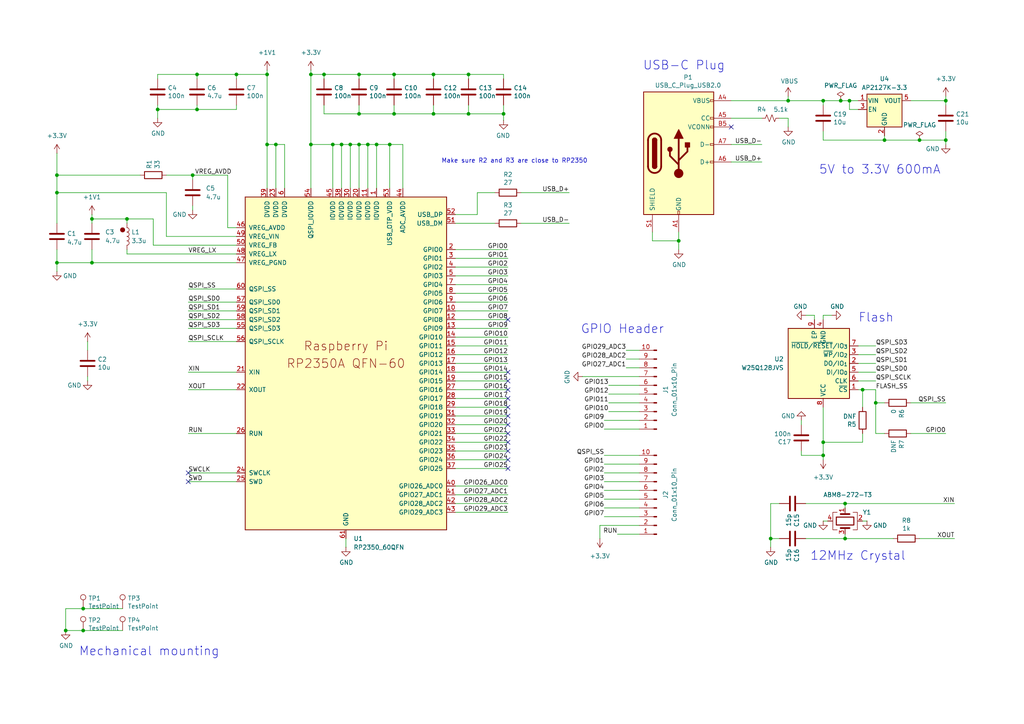
<source format=kicad_sch>
(kicad_sch (version 20250114) (generator "eeschema") (generator_version "9.0")
  (paper "A4")
  (title_block (title "RP2350 GPIO Card V1.2.1") (date "2025-08-06") (rev "X1") (company "SemiTO-V Student Team, Polytechnic University of Turin") (comment 1 "This work is licensed under a Creative Commons Attribution 4.0 International License") (comment 2 "Authors: Tan Siret Akıncı") (comment 3 "Framework Expansion Card template and RP2350A minimal board") (comment 4 "This schematic is based on:"))
  (lib_symbols
    (symbol "+1V1_1" (power) (pin_numbers (hide yes)) (pin_names (offset 0) (hide yes))
      (property "Value" "+1V1" (at 0 3.556 0))
      (symbol "+1V1_1_0_1"
        (polyline (pts (xy -0.762 1.27) (xy 0 2.54)))
        (polyline (pts (xy 0 2.54) (xy 0.762 1.27)))
        (polyline (pts (xy 0 0) (xy 0 2.54)))
      )
      (symbol "+1V1_1_1_1"
        (pin power_in line (at 0 0 90) (length 0) (name "~") (number "1"))
      )
    )
    (symbol "Connector:Conn_01x10_Pin" (pin_names (offset 1.016) (hide yes))
      (property "Reference" "J" (at 0 12.7 0))
      (property "Value" "Conn_01x10_Pin" (at 0 -15.24 0))
      (symbol "Conn_01x10_Pin_1_1"
        (rectangle (start 0.8636 10.287) (end 0 10.033) (stroke (width 0.1524)) (fill (type outline)))
        (rectangle (start 0.8636 7.747) (end 0 7.493) (stroke (width 0.1524)) (fill (type outline)))
        (rectangle (start 0.8636 5.207) (end 0 4.953) (stroke (width 0.1524)) (fill (type outline)))
        (rectangle (start 0.8636 2.667) (end 0 2.413) (stroke (width 0.1524)) (fill (type outline)))
        (rectangle (start 0.8636 0.127) (end 0 -0.127) (stroke (width 0.1524)) (fill (type outline)))
        (rectangle (start 0.8636 -2.413) (end 0 -2.667) (stroke (width 0.1524)) (fill (type outline)))
        (rectangle (start 0.8636 -4.953) (end 0 -5.207) (stroke (width 0.1524)) (fill (type outline)))
        (rectangle (start 0.8636 -7.493) (end 0 -7.747) (stroke (width 0.1524)) (fill (type outline)))
        (rectangle (start 0.8636 -10.033) (end 0 -10.287) (stroke (width 0.1524)) (fill (type outline)))
        (rectangle (start 0.8636 -12.573) (end 0 -12.827) (stroke (width 0.1524)) (fill (type outline)))
        (polyline (pts (xy 1.27 10.16) (xy 0.8636 10.16)) (stroke (width 0.1524)))
        (polyline (pts (xy 1.27 7.62) (xy 0.8636 7.62)) (stroke (width 0.1524)))
        (polyline (pts (xy 1.27 5.08) (xy 0.8636 5.08)) (stroke (width 0.1524)))
        (polyline (pts (xy 1.27 2.54) (xy 0.8636 2.54)) (stroke (width 0.1524)))
        (polyline (pts (xy 1.27 0) (xy 0.8636 0)) (stroke (width 0.1524)))
        (polyline (pts (xy 1.27 -2.54) (xy 0.8636 -2.54)) (stroke (width 0.1524)))
        (polyline (pts (xy 1.27 -5.08) (xy 0.8636 -5.08)) (stroke (width 0.1524)))
        (polyline (pts (xy 1.27 -7.62) (xy 0.8636 -7.62)) (stroke (width 0.1524)))
        (polyline (pts (xy 1.27 -10.16) (xy 0.8636 -10.16)) (stroke (width 0.1524)))
        (polyline (pts (xy 1.27 -12.7) (xy 0.8636 -12.7)) (stroke (width 0.1524)))
        (pin passive line (at 5.08 10.16 180) (length 3.81) (name "Pin_1") (number "1"))
        (pin passive line (at 5.08 7.62 180) (length 3.81) (name "Pin_2") (number "2"))
        (pin passive line (at 5.08 5.08 180) (length 3.81) (name "Pin_3") (number "3"))
        (pin passive line (at 5.08 2.54 180) (length 3.81) (name "Pin_4") (number "4"))
        (pin passive line (at 5.08 0 180) (length 3.81) (name "Pin_5") (number "5"))
        (pin passive line (at 5.08 -2.54 180) (length 3.81) (name "Pin_6") (number "6"))
        (pin passive line (at 5.08 -5.08 180) (length 3.81) (name "Pin_7") (number "7"))
        (pin passive line (at 5.08 -7.62 180) (length 3.81) (name "Pin_8") (number "8"))
        (pin passive line (at 5.08 -10.16 180) (length 3.81) (name "Pin_9") (number "9"))
        (pin passive line (at 5.08 -12.7 180) (length 3.81) (name "Pin_10") (number "10"))
      )
    )
    (symbol "Connector:TestPoint" (pin_numbers (hide yes)) (pin_names (offset 0.762) (hide yes))
      (property "Reference" "TP" (at 0 6.858 0))
      (property "Value" "TestPoint" (at 0 5.08 0))
      (symbol "TestPoint_0_1"
        (circle (center 0 3.302) (radius 0.762))
      )
      (symbol "TestPoint_1_1"
        (pin passive line (at 0 0 90) (length 2.54) (name "1") (number "1"))
      )
    )
    (symbol "Connector:USB_C_Plug_USB2.0" (pin_names (offset 1.016))
      (property "Reference" "P" (at -10.16 19.05 0))
      (property "Value" "USB_C_Plug_USB2.0" (at 12.7 19.05 0))
      (symbol "USB_C_Plug_USB2.0_0_0"
        (rectangle (start -0.254 -17.78) (end 0.254 -16.764))
        (rectangle (start 10.16 15.494) (end 9.144 14.986))
        (rectangle (start 10.16 10.414) (end 9.144 9.906))
        (rectangle (start 10.16 7.874) (end 9.144 7.366))
        (rectangle (start 10.16 2.794) (end 9.144 2.286))
        (rectangle (start 10.16 -2.286) (end 9.144 -2.794))
      )
      (symbol "USB_C_Plug_USB2.0_0_1"
        (rectangle (start -10.16 17.78) (end 10.16 -17.78) (stroke (width 0.254)) (fill (type background)))
        (polyline (pts (xy -8.89 -3.81) (xy -8.89 3.81)) (stroke (width 0.508)))
        (rectangle (start -7.62 -3.81) (end -6.35 3.81) (stroke (width 0.254)) (fill (type outline)))
        (arc (start -7.62 3.81) (mid -6.985 4.4423) (end -6.35 3.81) (stroke (width 0.254)))
        (arc (start -7.62 3.81) (mid -6.985 4.4423) (end -6.35 3.81) (stroke (width 0.254)) (fill (type outline)))
        (arc (start -8.89 3.81) (mid -6.985 5.7067) (end -5.08 3.81) (stroke (width 0.508)))
        (arc (start -5.08 -3.81) (mid -6.985 -5.7067) (end -8.89 -3.81) (stroke (width 0.508)))
        (arc (start -6.35 -3.81) (mid -6.985 -4.4423) (end -7.62 -3.81) (stroke (width 0.254)))
        (arc (start -6.35 -3.81) (mid -6.985 -4.4423) (end -7.62 -3.81) (stroke (width 0.254)) (fill (type outline)))
        (polyline (pts (xy -5.08 3.81) (xy -5.08 -3.81)) (stroke (width 0.508)))
        (circle (center -2.54 1.143) (radius 0.635) (stroke (width 0.254)) (fill (type outline)))
        (polyline (pts (xy -1.27 4.318) (xy 0 6.858) (xy 1.27 4.318) (xy -1.27 4.318)) (stroke (width 0.254)) (fill (type outline)))
        (polyline (pts (xy 0 -2.032) (xy 2.54 0.508) (xy 2.54 1.778)) (stroke (width 0.508)))
        (polyline (pts (xy 0 -3.302) (xy -2.54 -0.762) (xy -2.54 0.508)) (stroke (width 0.508)))
        (polyline (pts (xy 0 -5.842) (xy 0 4.318)) (stroke (width 0.508)))
        (circle (center 0 -5.842) (radius 1.27) (fill (type outline)))
        (rectangle (start 1.905 1.778) (end 3.175 3.048) (stroke (width 0.254)) (fill (type outline)))
      )
      (symbol "USB_C_Plug_USB2.0_1_1"
        (pin passive line (at -7.62 -22.86 90) (length 5.08) (name "SHIELD") (number "S1"))
        (pin passive line (at 0 -22.86 90) (length 5.08) (name "GND") (number "A1"))
        (pin passive line (at 0 -22.86 90) (length 5.08) (hide yes) (name "GND") (number "A12"))
        (pin passive line (at 0 -22.86 90) (length 5.08) (hide yes) (name "GND") (number "B1"))
        (pin passive line (at 0 -22.86 90) (length 5.08) (hide yes) (name "GND") (number "B12"))
        (pin passive line (at 15.24 15.24 180) (length 5.08) (name "VBUS") (number "A4"))
        (pin passive line (at 15.24 15.24 180) (length 5.08) (hide yes) (name "VBUS") (number "A9"))
        (pin passive line (at 15.24 15.24 180) (length 5.08) (hide yes) (name "VBUS") (number "B4"))
        (pin passive line (at 15.24 15.24 180) (length 5.08) (hide yes) (name "VBUS") (number "B9"))
        (pin bidirectional line (at 15.24 10.16 180) (length 5.08) (name "CC") (number "A5"))
        (pin bidirectional line (at 15.24 7.62 180) (length 5.08) (name "VCONN") (number "B5"))
        (pin bidirectional line (at 15.24 2.54 180) (length 5.08) (name "D-") (number "A7"))
        (pin bidirectional line (at 15.24 -2.54 180) (length 5.08) (name "D+") (number "A6"))
      )
    )
    (symbol "Device:C" (pin_numbers (hide yes)) (pin_names (offset 0.254))
      (property "Reference" "C" (at 0.635 2.54 0))
      (property "Value" "C" (at 0.635 -2.54 0))
      (symbol "C_0_1"
        (polyline (pts (xy -2.032 0.762) (xy 2.032 0.762)) (stroke (width 0.508)))
        (polyline (pts (xy -2.032 -0.762) (xy 2.032 -0.762)) (stroke (width 0.508)))
      )
      (symbol "C_1_1"
        (pin passive line (at 0 3.81 270) (length 2.794) (name "~") (number "1"))
        (pin passive line (at 0 -3.81 90) (length 2.794) (name "~") (number "2"))
      )
    )
    (symbol "Device:Crystal_GND24" (pin_names (offset 1.016) (hide yes))
      (property "Reference" "Y" (at 3.175 5.08 0))
      (property "Value" "Crystal_GND24" (at 3.175 3.175 0))
      (symbol "Crystal_GND24_0_1"
        (polyline (pts (xy -2.54 2.286) (xy -2.54 3.556) (xy 2.54 3.556) (xy 2.54 2.286)))
        (polyline (pts (xy -2.54 0) (xy -2.032 0)))
        (polyline (pts (xy -2.54 -2.286) (xy -2.54 -3.556) (xy 2.54 -3.556) (xy 2.54 -2.286)))
        (polyline (pts (xy -2.032 -1.27) (xy -2.032 1.27)) (stroke (width 0.508)))
        (rectangle (start -1.143 2.54) (end 1.143 -2.54) (stroke (width 0.3048)))
        (polyline (pts (xy 0 3.556) (xy 0 3.81)))
        (polyline (pts (xy 0 -3.81) (xy 0 -3.556)))
        (polyline (pts (xy 2.032 0) (xy 2.54 0)))
        (polyline (pts (xy 2.032 -1.27) (xy 2.032 1.27)) (stroke (width 0.508)))
      )
      (symbol "Crystal_GND24_1_1"
        (pin passive line (at -3.81 0 0) (length 1.27) (name "1") (number "1"))
        (pin passive line (at 0 5.08 270) (length 1.27) (name "2") (number "2"))
        (pin passive line (at 0 -5.08 90) (length 1.27) (name "4") (number "4"))
        (pin passive line (at 3.81 0 180) (length 1.27) (name "3") (number "3"))
      )
    )
    (symbol "Device:L" (pin_numbers (hide yes)) (pin_names (offset 1.016) (hide yes))
      (property "Reference" "L" (at -1.27 0 90))
      (property "Value" "L" (at 1.905 0 90))
      (symbol "L_0_1"
        (arc (start 0 2.54) (mid 0.6323 1.905) (end 0 1.27))
        (arc (start 0 1.27) (mid 0.6323 0.635) (end 0 0))
        (arc (start 0 0) (mid 0.6323 -0.635) (end 0 -1.27))
        (arc (start 0 -1.27) (mid 0.6323 -1.905) (end 0 -2.54))
      )
      (symbol "L_1_1"
        (pin passive line (at 0 3.81 270) (length 1.27) (name "1") (number "1"))
        (pin passive line (at 0 -3.81 90) (length 1.27) (name "2") (number "2"))
      )
    )
    (symbol "Device:R" (pin_numbers (hide yes)) (pin_names (offset 0))
      (property "Reference" "R" (at 2.032 0 90))
      (property "Value" "R" (at 0 0 90))
      (symbol "R_0_1"
        (rectangle (start -1.016 -2.54) (end 1.016 2.54) (stroke (width 0.254)))
      )
      (symbol "R_1_1"
        (pin passive line (at 0 3.81 270) (length 1.27) (name "~") (number "1"))
        (pin passive line (at 0 -3.81 90) (length 1.27) (name "~") (number "2"))
      )
    )
    (symbol "Device:R_Small_US" (pin_numbers (hide yes)) (pin_names (offset 0.254) (hide yes))
      (property "Reference" "R" (at 0.762 0.508 0))
      (property "Value" "R_Small_US" (at 0.762 -1.016 0))
      (symbol "R_Small_US_1_1"
        (polyline (pts (xy 0 1.524) (xy 1.016 1.143) (xy 0 0.762) (xy -1.016 0.381) (xy 0 0)))
        (polyline (pts (xy 0 0) (xy 1.016 -0.381) (xy 0 -0.762) (xy -1.016 -1.143) (xy 0 -1.524)))
        (pin passive line (at 0 2.54 270) (length 1.016) (name "~") (number "1"))
        (pin passive line (at 0 -2.54 90) (length 1.016) (name "~") (number "2"))
      )
    )
    (symbol "MCU_RaspberryPi_RP2350:RP2350_60QFN" (pin_names (offset 1.016))
      (property "Reference" "U" (at -29.21 49.53 0))
      (property "Value" "RP2350_60QFN" (at 24.13 -49.53 0))
      (symbol "RP2350_60QFN_0_0"
        (text "Raspberry Pi" (at 0 5.08 0) (effects (font (size 2.54 2.54))))
      )
      (symbol "RP2350_60QFN_0_1"
        (rectangle (start 29.21 48.26) (end -29.21 -48.26) (stroke (width 0.254)) (fill (type background)))
      )
      (symbol "RP2350_60QFN_1_0"
        (text "RP2350A QFN-60" (at 0 0 0) (effects (font (size 2.54 2.54))))
      )
      (symbol "RP2350_60QFN_1_1"
        (pin power_in line (at -31.75 39.37 0) (length 2.54) (name "VREG_AVDD") (number "46"))
        (pin power_in line (at -31.75 36.83 0) (length 2.54) (name "VREG_VIN") (number "49"))
        (pin input line (at -31.75 34.29 0) (length 2.54) (name "VREG_FB") (number "50"))
        (pin power_out line (at -31.75 31.75 0) (length 2.54) (name "VREG_LX") (number "48"))
        (pin power_in line (at -31.75 29.21 0) (length 2.54) (name "VREG_PGND") (number "47"))
        (pin bidirectional line (at -31.75 21.59 0) (length 2.54) (name "QSPI_SS") (number "60"))
        (pin bidirectional line (at -31.75 17.78 0) (length 2.54) (name "QSPI_SD0") (number "57"))
        (pin bidirectional line (at -31.75 15.24 0) (length 2.54) (name "QSPI_SD1") (number "59"))
        (pin bidirectional line (at -31.75 12.7 0) (length 2.54) (name "QSPI_SD2") (number "58"))
        (pin bidirectional line (at -31.75 10.16 0) (length 2.54) (name "QSPI_SD3") (number "55"))
        (pin output line (at -31.75 6.35 0) (length 2.54) (name "QSPI_SCLK") (number "56"))
        (pin input line (at -31.75 -2.54 0) (length 2.54) (name "XIN") (number "21"))
        (pin passive line (at -31.75 -7.62 0) (length 2.54) (name "XOUT") (number "22"))
        (pin input line (at -31.75 -20.32 0) (length 2.54) (name "RUN") (number "26"))
        (pin output line (at -31.75 -31.75 0) (length 2.54) (name "SWCLK") (number "24"))
        (pin bidirectional line (at -31.75 -34.29 0) (length 2.54) (name "SWD") (number "25"))
        (pin power_in line (at -22.86 50.8 270) (length 2.54) (name "DVDD") (number "39"))
        (pin power_in line (at -20.32 50.8 270) (length 2.54) (name "DVDD") (number "23"))
        (pin power_in line (at -17.78 50.8 270) (length 2.54) (name "DVDD") (number "6"))
        (pin power_in line (at -10.16 50.8 270) (length 2.54) (name "QSPI_IOVDD") (number "54"))
        (pin power_in line (at -3.81 50.8 270) (length 2.54) (name "IOVDD") (number "45"))
        (pin power_in line (at -1.27 50.8 270) (length 2.54) (name "IOVDD") (number "38"))
        (pin power_in line (at 0 -50.8 90) (length 2.54) (name "GND") (number "61"))
        (pin power_in line (at 1.27 50.8 270) (length 2.54) (name "IOVDD") (number "30"))
        (pin power_in line (at 3.81 50.8 270) (length 2.54) (name "IOVDD") (number "20"))
        (pin power_in line (at 6.35 50.8 270) (length 2.54) (name "IOVDD") (number "11"))
        (pin power_in line (at 8.89 50.8 270) (length 2.54) (name "IOVDD") (number "1"))
        (pin power_in line (at 12.7 50.8 270) (length 2.54) (name "USB_OTP_VDD") (number "53"))
        (pin power_in line (at 16.51 50.8 270) (length 2.54) (name "ADC_AVDD") (number "44"))
        (pin bidirectional line (at 31.75 43.18 180) (length 2.54) (name "USB_DP") (number "52"))
        (pin bidirectional line (at 31.75 40.64 180) (length 2.54) (name "USB_DM") (number "51"))
        (pin bidirectional line (at 31.75 33.02 180) (length 2.54) (name "GPIO0") (number "2"))
        (pin bidirectional line (at 31.75 30.48 180) (length 2.54) (name "GPIO1") (number "3"))
        (pin bidirectional line (at 31.75 27.94 180) (length 2.54) (name "GPIO2") (number "4"))
        (pin bidirectional line (at 31.75 25.4 180) (length 2.54) (name "GPIO3") (number "5"))
        (pin bidirectional line (at 31.75 22.86 180) (length 2.54) (name "GPIO4") (number "7"))
        (pin bidirectional line (at 31.75 20.32 180) (length 2.54) (name "GPIO5") (number "8"))
        (pin bidirectional line (at 31.75 17.78 180) (length 2.54) (name "GPIO6") (number "9"))
        (pin bidirectional line (at 31.75 15.24 180) (length 2.54) (name "GPIO7") (number "10"))
        (pin bidirectional line (at 31.75 12.7 180) (length 2.54) (name "GPIO8") (number "12"))
        (pin bidirectional line (at 31.75 10.16 180) (length 2.54) (name "GPIO9") (number "13"))
        (pin bidirectional line (at 31.75 7.62 180) (length 2.54) (name "GPIO10") (number "14"))
        (pin bidirectional line (at 31.75 5.08 180) (length 2.54) (name "GPIO11") (number "15"))
        (pin bidirectional line (at 31.75 2.54 180) (length 2.54) (name "GPIO12") (number "16"))
        (pin bidirectional line (at 31.75 0 180) (length 2.54) (name "GPIO13") (number "17"))
        (pin bidirectional line (at 31.75 -2.54 180) (length 2.54) (name "GPIO14") (number "18"))
        (pin bidirectional line (at 31.75 -5.08 180) (length 2.54) (name "GPIO15") (number "19"))
        (pin bidirectional line (at 31.75 -7.62 180) (length 2.54) (name "GPIO16") (number "27"))
        (pin bidirectional line (at 31.75 -10.16 180) (length 2.54) (name "GPIO17") (number "28"))
        (pin bidirectional line (at 31.75 -12.7 180) (length 2.54) (name "GPIO18") (number "29"))
        (pin bidirectional line (at 31.75 -15.24 180) (length 2.54) (name "GPIO19") (number "31"))
        (pin bidirectional line (at 31.75 -17.78 180) (length 2.54) (name "GPIO20") (number "32"))
        (pin bidirectional line (at 31.75 -20.32 180) (length 2.54) (name "GPIO21") (number "33"))
        (pin bidirectional line (at 31.75 -22.86 180) (length 2.54) (name "GPIO22") (number "34"))
        (pin bidirectional line (at 31.75 -25.4 180) (length 2.54) (name "GPIO23") (number "35"))
        (pin bidirectional line (at 31.75 -27.94 180) (length 2.54) (name "GPIO24") (number "36"))
        (pin bidirectional line (at 31.75 -30.48 180) (length 2.54) (name "GPIO25") (number "37"))
        (pin bidirectional line (at 31.75 -35.56 180) (length 2.54) (name "GPIO26_ADC0") (number "40"))
        (pin bidirectional line (at 31.75 -38.1 180) (length 2.54) (name "GPIO27_ADC1") (number "41"))
        (pin bidirectional line (at 31.75 -40.64 180) (length 2.54) (name "GPIO28_ADC2") (number "42"))
        (pin bidirectional line (at 31.75 -43.18 180) (length 2.54) (name "GPIO29_ADC3") (number "43"))
      )
    )
    (symbol "Memory_Flash:W25Q128JVP"
      (property "Reference" "U" (at -6.35 11.43 0))
      (property "Value" "W25Q128JVP" (at 7.62 11.43 0))
      (symbol "W25Q128JVP_0_1"
        (rectangle (start -7.62 10.16) (end 10.16 -10.16) (stroke (width 0.254)) (fill (type background)))
      )
      (symbol "W25Q128JVP_1_1"
        (pin input line (at -10.16 7.62 0) (length 2.54) (name "~{CS}") (number "1"))
        (pin input line (at -10.16 5.08 0) (length 2.54) (name "CLK") (number "6"))
        (pin bidirectional line (at -10.16 2.54 0) (length 2.54) (name "DI/IO_{0}") (number "5"))
        (pin bidirectional line (at -10.16 0 0) (length 2.54) (name "DO/IO_{1}") (number "2"))
        (pin bidirectional line (at -10.16 -2.54 0) (length 2.54) (name "~{WP}/IO_{2}") (number "3"))
        (pin bidirectional line (at -10.16 -5.08 0) (length 2.54) (name "~{HOLD}/~{RESET}/IO_{3}") (number "7"))
        (pin power_in line (at 0 12.7 270) (length 2.54) (name "VCC") (number "8"))
        (pin power_in line (at 0 -12.7 90) (length 2.54) (name "GND") (number "4"))
        (pin passive line (at 2.54 -12.7 90) (length 2.54) (name "EP") (number "9"))
      )
    )
    (symbol "Regulator_Linear:AP2127K-3.3" (pin_names (offset 0.254))
      (property "Reference" "U" (at -5.08 5.715 0))
      (property "Value" "AP2127K-3.3" (at 0 5.715 0))
      (symbol "AP2127K-3.3_0_1"
        (rectangle (start -5.08 4.445) (end 5.08 -5.08) (stroke (width 0.254)) (fill (type background)))
      )
      (symbol "AP2127K-3.3_1_1"
        (pin power_in line (at -7.62 2.54 0) (length 2.54) (name "VIN") (number "1"))
        (pin input line (at -7.62 0 0) (length 2.54) (name "EN") (number "3"))
        (pin power_in line (at 0 -7.62 90) (length 2.54) (name "GND") (number "2"))
        (pin no_connect line (at 5.08 0 180) (length 2.54) (hide yes) (name "NC") (number "4"))
        (pin power_out line (at 7.62 2.54 180) (length 2.54) (name "VOUT") (number "5"))
      )
    )
    (symbol "power:+3.3V" (power) (pin_numbers (hide yes)) (pin_names (offset 0) (hide yes))
      (property "Value" "+3.3V" (at 0 3.556 0))
      (symbol "+3.3V_0_1"
        (polyline (pts (xy -0.762 1.27) (xy 0 2.54)))
        (polyline (pts (xy 0 2.54) (xy 0.762 1.27)))
        (polyline (pts (xy 0 0) (xy 0 2.54)))
      )
      (symbol "+3.3V_1_1"
        (pin power_in line (at 0 0 90) (length 0) (name "~") (number "1"))
      )
    )
    (symbol "power:GND" (power) (pin_numbers (hide yes)) (pin_names (offset 0) (hide yes))
      (property "Value" "GND" (at 0 -3.81 0))
      (symbol "GND_0_1"
        (polyline (pts (xy 0 0) (xy 0 -1.27) (xy 1.27 -1.27) (xy 0 -2.54) (xy -1.27 -1.27) (xy 0 -1.27)))
      )
      (symbol "GND_1_1"
        (pin power_in line (at 0 0 270) (length 0) (name "~") (number "1"))
      )
    )
    (symbol "power:PWR_FLAG" (power) (pin_numbers (hide yes)) (pin_names (offset 0) (hide yes))
      (property "Value" "PWR_FLAG" (at 0 3.81 0))
      (symbol "PWR_FLAG_0_0"
        (pin power_out line (at 0 0 90) (length 0) (name "~") (number "1"))
      )
      (symbol "PWR_FLAG_0_1"
        (polyline (pts (xy 0 0) (xy 0 1.27) (xy -1.016 1.905) (xy 0 2.54) (xy 1.016 1.905) (xy 0 1.27)))
      )
    )
    (symbol "power:VBUS" (power) (pin_numbers (hide yes)) (pin_names (offset 0) (hide yes))
      (property "Value" "VBUS" (at 0 3.556 0))
      (symbol "VBUS_0_1"
        (polyline (pts (xy -0.762 1.27) (xy 0 2.54)))
        (polyline (pts (xy 0 2.54) (xy 0.762 1.27)))
        (polyline (pts (xy 0 0) (xy 0 2.54)))
      )
      (symbol "VBUS_1_1"
        (pin power_in line (at 0 0 90) (length 0) (name "~") (number "1"))
      )
    )
  )
  (circle (center 35.56 66.675) (radius 0.635) (stroke (width 0) (color 132 0 0 1)) (fill (type color) (color 132 0 0 1)))
  (text "GPIO Header" (at 168.402 97.028 0) (effects (font (size 2.54 2.54)) (justify left bottom)))
  (text "5V to 3.3V 600mA" (at 237.49 50.8 0) (effects (font (size 2.54 2.54)) (justify left bottom)))
  (text "USB-C Plug" (at 186.436 20.574 0) (effects (font (size 2.54 2.54)) (justify left bottom)))
  (text "Mechanical mounting" (at 22.86 190.5 0) (effects (font (size 2.54 2.54)) (justify left bottom)))
  (text "12MHz Crystal" (at 234.95 162.814 0) (effects (font (size 2.54 2.54)) (justify left bottom)))
  (text "Flash" (at 248.92 93.726 0) (effects (font (size 2.54 2.54)) (justify left bottom)))
  (text "Make sure R2 and R3 are close to RP2350\n" (at 128.016 47.498 0) (effects (font (size 1.27 1.27)) (justify left bottom)))
  (junction (at 68.58 21.59))
  (junction (at 77.47 41.91))
  (junction (at 228.6 29.21))
  (junction (at 101.6 41.91))
  (junction (at 16.51 76.2))
  (junction (at 135.89 33.02))
  (junction (at 55.88 50.8))
  (junction (at 24.13 182.88))
  (junction (at 77.47 21.59))
  (junction (at 57.15 21.59))
  (junction (at 254 116.84))
  (junction (at 245.11 146.05))
  (junction (at 36.83 63.5))
  (junction (at 80.01 41.91))
  (junction (at 238.76 29.21))
  (junction (at 135.89 21.59))
  (junction (at 250.19 113.03))
  (junction (at 146.05 33.02))
  (junction (at 16.51 50.8))
  (junction (at 256.54 40.64))
  (junction (at 16.51 55.88))
  (junction (at 57.15 31.75))
  (junction (at 19.05 182.88))
  (junction (at 106.68 41.91))
  (junction (at 245.11 156.21))
  (junction (at 104.14 21.59))
  (junction (at 109.22 41.91))
  (junction (at 223.52 156.21))
  (junction (at 243.84 29.21))
  (junction (at 113.03 41.91))
  (junction (at 266.7 40.64))
  (junction (at 90.17 41.91))
  (junction (at 125.73 33.02))
  (junction (at 90.17 21.59))
  (junction (at 246.38 29.21))
  (junction (at 104.14 41.91))
  (junction (at 238.76 128.27))
  (junction (at 26.67 76.2))
  (junction (at 24.13 176.53))
  (junction (at 274.32 40.64))
  (junction (at 93.98 21.59))
  (junction (at 114.3 21.59))
  (junction (at 196.85 69.85))
  (junction (at 104.14 33.02))
  (junction (at 274.32 29.21))
  (junction (at 114.3 33.02))
  (junction (at 26.67 63.5))
  (junction (at 99.06 41.91))
  (junction (at 45.72 31.75))
  (junction (at 96.52 41.91))
  (junction (at 238.76 132.08))
  (junction (at 125.73 21.59))
  (no_connect (at 147.32 120.65))
  (no_connect (at 54.61 139.7))
  (no_connect (at 147.32 110.49))
  (no_connect (at 147.32 125.73))
  (no_connect (at 54.61 137.16))
  (no_connect (at 147.32 130.81))
  (no_connect (at 147.32 135.89))
  (no_connect (at 147.32 123.19))
  (no_connect (at 147.32 92.71))
  (no_connect (at 212.09 36.83))
  (no_connect (at 147.32 115.57))
  (no_connect (at 147.32 107.95))
  (no_connect (at 147.32 128.27))
  (no_connect (at 147.32 118.11))
  (no_connect (at 147.32 113.03))
  (no_connect (at 147.32 133.35))
  (wire (pts (xy 248.92 110.49) (xy 254 110.49)))
  (wire (pts (xy 16.51 76.2) (xy 16.51 78.74)))
  (wire (pts (xy 274.32 29.21) (xy 274.32 27.94)))
  (wire (pts (xy 77.47 21.59) (xy 77.47 41.91)))
  (wire (pts (xy 57.15 21.59) (xy 68.58 21.59)))
  (wire (pts (xy 248.92 107.95) (xy 254 107.95)))
  (wire (pts (xy 90.17 21.59) (xy 93.98 21.59)))
  (wire (pts (xy 175.26 139.7) (xy 185.42 139.7)))
  (wire (pts (xy 16.51 55.88) (xy 16.51 64.77)))
  (wire (pts (xy 16.51 76.2) (xy 26.67 76.2)))
  (wire (pts (xy 55.88 50.8) (xy 55.88 52.07)))
  (wire (pts (xy 264.16 29.21) (xy 274.32 29.21)))
  (wire (pts (xy 99.06 41.91) (xy 101.6 41.91)))
  (wire (pts (xy 175.26 142.24) (xy 185.42 142.24)))
  (wire (pts (xy 238.76 133.35) (xy 238.76 132.08)))
  (wire (pts (xy 232.41 130.81) (xy 232.41 132.08)))
  (wire (pts (xy 196.85 72.39) (xy 196.85 69.85)))
  (wire (pts (xy 132.08 87.63) (xy 147.32 87.63)))
  (wire (pts (xy 132.08 102.87) (xy 147.32 102.87)))
  (wire (pts (xy 48.26 50.8) (xy 55.88 50.8)))
  (wire (pts (xy 248.92 102.87) (xy 254 102.87)))
  (wire (pts (xy 54.61 107.95) (xy 68.58 107.95)))
  (wire (pts (xy 132.08 140.97) (xy 147.32 140.97)))
  (wire (pts (xy 54.61 92.71) (xy 68.58 92.71)))
  (wire (pts (xy 135.89 21.59) (xy 146.05 21.59)))
  (wire (pts (xy 274.32 40.64) (xy 274.32 41.91)))
  (wire (pts (xy 114.3 33.02) (xy 125.73 33.02)))
  (wire (pts (xy 132.08 97.79) (xy 147.32 97.79)))
  (wire (pts (xy 26.67 76.2) (xy 68.58 76.2)))
  (wire (pts (xy 226.06 156.21) (xy 223.52 156.21)))
  (wire (pts (xy 90.17 54.61) (xy 90.17 41.91)))
  (wire (pts (xy 250.19 151.13) (xy 251.46 151.13)))
  (wire (pts (xy 57.15 22.86) (xy 57.15 21.59)))
  (wire (pts (xy 175.26 132.08) (xy 185.42 132.08)))
  (wire (pts (xy 44.45 63.5) (xy 36.83 63.5)))
  (wire (pts (xy 248.92 31.75) (xy 246.38 31.75)))
  (wire (pts (xy 256.54 40.64) (xy 238.76 40.64)))
  (wire (pts (xy 238.76 118.11) (xy 238.76 128.27)))
  (wire (pts (xy 25.4 99.06) (xy 25.4 101.6)))
  (wire (pts (xy 104.14 54.61) (xy 104.14 41.91)))
  (wire (pts (xy 54.61 125.73) (xy 68.58 125.73)))
  (wire (pts (xy 109.22 41.91) (xy 109.22 54.61)))
  (wire (pts (xy 26.67 63.5) (xy 36.83 63.5)))
  (wire (pts (xy 26.67 72.39) (xy 26.67 76.2)))
  (wire (pts (xy 16.51 50.8) (xy 16.51 55.88)))
  (wire (pts (xy 101.6 54.61) (xy 101.6 41.91)))
  (wire (pts (xy 125.73 33.02) (xy 135.89 33.02)))
  (wire (pts (xy 68.58 99.06) (xy 54.61 99.06)))
  (wire (pts (xy 132.08 107.95) (xy 147.32 107.95)))
  (wire (pts (xy 113.03 41.91) (xy 116.84 41.91)))
  (wire (pts (xy 45.72 21.59) (xy 57.15 21.59)))
  (wire (pts (xy 238.76 151.13) (xy 240.03 151.13)))
  (wire (pts (xy 248.92 105.41) (xy 254 105.41)))
  (wire (pts (xy 132.08 120.65) (xy 147.32 120.65)))
  (wire (pts (xy 132.08 72.39) (xy 147.32 72.39)))
  (wire (pts (xy 66.04 50.8) (xy 66.04 66.04)))
  (wire (pts (xy 223.52 146.05) (xy 223.52 156.21)))
  (wire (pts (xy 254 125.73) (xy 254 116.84)))
  (wire (pts (xy 80.01 41.91) (xy 82.55 41.91)))
  (wire (pts (xy 93.98 33.02) (xy 104.14 33.02)))
  (wire (pts (xy 132.08 64.77) (xy 143.51 64.77)))
  (wire (pts (xy 176.53 119.38) (xy 185.42 119.38)))
  (wire (pts (xy 233.68 91.44) (xy 236.22 91.44)))
  (wire (pts (xy 93.98 22.86) (xy 93.98 21.59)))
  (wire (pts (xy 132.08 118.11) (xy 147.32 118.11)))
  (wire (pts (xy 274.32 116.84) (xy 264.16 116.84)))
  (wire (pts (xy 228.6 27.94) (xy 228.6 29.21)))
  (wire (pts (xy 245.11 147.32) (xy 245.11 146.05)))
  (wire (pts (xy 90.17 21.59) (xy 90.17 41.91)))
  (wire (pts (xy 132.08 105.41) (xy 147.32 105.41)))
  (wire (pts (xy 48.26 68.58) (xy 68.58 68.58)))
  (wire (pts (xy 26.67 62.23) (xy 26.67 63.5)))
  (wire (pts (xy 96.52 41.91) (xy 99.06 41.91)))
  (wire (pts (xy 274.32 125.73) (xy 264.16 125.73)))
  (wire (pts (xy 246.38 29.21) (xy 243.84 29.21)))
  (wire (pts (xy 256.54 39.37) (xy 256.54 40.64)))
  (wire (pts (xy 151.13 64.77) (xy 165.1 64.77)))
  (wire (pts (xy 254 113.03) (xy 254 116.84)))
  (wire (pts (xy 185.42 101.6) (xy 181.61 101.6)))
  (wire (pts (xy 132.08 123.19) (xy 147.32 123.19)))
  (wire (pts (xy 175.26 124.46) (xy 185.42 124.46)))
  (wire (pts (xy 16.51 44.45) (xy 16.51 50.8)))
  (wire (pts (xy 35.56 182.88) (xy 24.13 182.88)))
  (wire (pts (xy 132.08 110.49) (xy 147.32 110.49)))
  (wire (pts (xy 54.61 90.17) (xy 68.58 90.17)))
  (wire (pts (xy 104.14 33.02) (xy 114.3 33.02)))
  (wire (pts (xy 248.92 113.03) (xy 250.19 113.03)))
  (wire (pts (xy 77.47 20.32) (xy 77.47 21.59)))
  (wire (pts (xy 132.08 85.09) (xy 147.32 85.09)))
  (wire (pts (xy 132.08 100.33) (xy 147.32 100.33)))
  (wire (pts (xy 212.09 41.91) (xy 220.98 41.91)))
  (wire (pts (xy 132.08 74.93) (xy 147.32 74.93)))
  (wire (pts (xy 245.11 146.05) (xy 276.86 146.05)))
  (wire (pts (xy 175.26 121.92) (xy 185.42 121.92)))
  (wire (pts (xy 132.08 113.03) (xy 147.32 113.03)))
  (wire (pts (xy 36.83 63.5) (xy 36.83 64.77)))
  (wire (pts (xy 99.06 54.61) (xy 99.06 41.91)))
  (wire (pts (xy 135.89 33.02) (xy 146.05 33.02)))
  (wire (pts (xy 114.3 21.59) (xy 125.73 21.59)))
  (wire (pts (xy 132.08 125.73) (xy 147.32 125.73)))
  (wire (pts (xy 132.08 128.27) (xy 147.32 128.27)))
  (wire (pts (xy 248.92 100.33) (xy 254 100.33)))
  (wire (pts (xy 66.04 66.04) (xy 68.58 66.04)))
  (wire (pts (xy 243.84 29.21) (xy 238.76 29.21)))
  (wire (pts (xy 135.89 22.86) (xy 135.89 21.59)))
  (wire (pts (xy 266.7 40.64) (xy 274.32 40.64)))
  (wire (pts (xy 236.22 91.44) (xy 236.22 92.71)))
  (wire (pts (xy 138.43 55.88) (xy 143.51 55.88)))
  (wire (pts (xy 256.54 125.73) (xy 254 125.73)))
  (wire (pts (xy 132.08 143.51) (xy 147.32 143.51)))
  (wire (pts (xy 106.68 41.91) (xy 109.22 41.91)))
  (wire (pts (xy 36.83 73.66) (xy 36.83 72.39)))
  (wire (pts (xy 35.56 176.53) (xy 24.13 176.53)))
  (wire (pts (xy 90.17 20.32) (xy 90.17 21.59)))
  (wire (pts (xy 132.08 92.71) (xy 147.32 92.71)))
  (wire (pts (xy 250.19 113.03) (xy 254 113.03)))
  (wire (pts (xy 132.08 130.81) (xy 147.32 130.81)))
  (wire (pts (xy 250.19 113.03) (xy 250.19 118.11)))
  (wire (pts (xy 45.72 31.75) (xy 45.72 34.29)))
  (wire (pts (xy 24.13 182.88) (xy 19.05 182.88)))
  (wire (pts (xy 228.6 29.21) (xy 238.76 29.21)))
  (wire (pts (xy 68.58 113.03) (xy 54.61 113.03)))
  (wire (pts (xy 68.58 31.75) (xy 68.58 30.48)))
  (wire (pts (xy 176.53 111.76) (xy 185.42 111.76)))
  (wire (pts (xy 116.84 41.91) (xy 116.84 54.61)))
  (wire (pts (xy 45.72 22.86) (xy 45.72 21.59)))
  (wire (pts (xy 90.17 41.91) (xy 96.52 41.91)))
  (wire (pts (xy 256.54 116.84) (xy 254 116.84)))
  (wire (pts (xy 179.07 154.94) (xy 185.42 154.94)))
  (wire (pts (xy 212.09 46.99) (xy 220.98 46.99)))
  (wire (pts (xy 57.15 30.48) (xy 57.15 31.75)))
  (wire (pts (xy 176.53 116.84) (xy 185.42 116.84)))
  (wire (pts (xy 151.13 55.88) (xy 165.1 55.88)))
  (wire (pts (xy 233.68 156.21) (xy 245.11 156.21)))
  (wire (pts (xy 189.23 69.85) (xy 196.85 69.85)))
  (wire (pts (xy 173.99 156.21) (xy 173.99 152.4)))
  (wire (pts (xy 175.26 137.16) (xy 185.42 137.16)))
  (wire (pts (xy 250.19 125.73) (xy 250.19 128.27)))
  (wire (pts (xy 232.41 123.19) (xy 232.41 121.92)))
  (wire (pts (xy 175.26 149.86) (xy 185.42 149.86)))
  (wire (pts (xy 185.42 106.68) (xy 181.61 106.68)))
  (wire (pts (xy 80.01 41.91) (xy 77.47 41.91)))
  (wire (pts (xy 26.67 64.77) (xy 26.67 63.5)))
  (wire (pts (xy 132.08 135.89) (xy 147.32 135.89)))
  (wire (pts (xy 226.06 146.05) (xy 223.52 146.05)))
  (wire (pts (xy 232.41 132.08) (xy 238.76 132.08)))
  (wire (pts (xy 132.08 148.59) (xy 147.32 148.59)))
  (wire (pts (xy 132.08 82.55) (xy 147.32 82.55)))
  (wire (pts (xy 96.52 54.61) (xy 96.52 41.91)))
  (wire (pts (xy 173.99 152.4) (xy 185.42 152.4)))
  (wire (pts (xy 274.32 30.48) (xy 274.32 29.21)))
  (wire (pts (xy 44.45 71.12) (xy 44.45 63.5)))
  (wire (pts (xy 245.11 156.21) (xy 259.08 156.21)))
  (wire (pts (xy 246.38 31.75) (xy 246.38 29.21)))
  (wire (pts (xy 189.23 67.31) (xy 189.23 69.85)))
  (wire (pts (xy 132.08 115.57) (xy 147.32 115.57)))
  (wire (pts (xy 54.61 83.82) (xy 68.58 83.82)))
  (wire (pts (xy 146.05 30.48) (xy 146.05 33.02)))
  (wire (pts (xy 238.76 40.64) (xy 238.76 38.1)))
  (wire (pts (xy 24.13 176.53) (xy 19.05 176.53)))
  (wire (pts (xy 132.08 62.23) (xy 138.43 62.23)))
  (wire (pts (xy 114.3 30.48) (xy 114.3 33.02)))
  (wire (pts (xy 45.72 30.48) (xy 45.72 31.75)))
  (wire (pts (xy 104.14 30.48) (xy 104.14 33.02)))
  (wire (pts (xy 48.26 55.88) (xy 48.26 68.58)))
  (wire (pts (xy 248.92 29.21) (xy 246.38 29.21)))
  (wire (pts (xy 175.26 134.62) (xy 185.42 134.62)))
  (wire (pts (xy 114.3 22.86) (xy 114.3 21.59)))
  (wire (pts (xy 185.42 104.14) (xy 181.61 104.14)))
  (wire (pts (xy 68.58 21.59) (xy 77.47 21.59)))
  (wire (pts (xy 104.14 41.91) (xy 106.68 41.91)))
  (wire (pts (xy 233.68 146.05) (xy 245.11 146.05)))
  (wire (pts (xy 68.58 137.16) (xy 54.61 137.16)))
  (wire (pts (xy 104.14 22.86) (xy 104.14 21.59)))
  (wire (pts (xy 132.08 95.25) (xy 147.32 95.25)))
  (wire (pts (xy 68.58 71.12) (xy 44.45 71.12)))
  (wire (pts (xy 256.54 40.64) (xy 266.7 40.64)))
  (wire (pts (xy 54.61 87.63) (xy 68.58 87.63)))
  (wire (pts (xy 125.73 21.59) (xy 135.89 21.59)))
  (wire (pts (xy 19.05 176.53) (xy 19.05 182.88)))
  (wire (pts (xy 100.33 156.21) (xy 100.33 158.75)))
  (wire (pts (xy 109.22 41.91) (xy 113.03 41.91)))
  (wire (pts (xy 132.08 133.35) (xy 147.32 133.35)))
  (wire (pts (xy 238.76 132.08) (xy 238.76 128.27)))
  (wire (pts (xy 82.55 41.91) (xy 82.55 54.61)))
  (wire (pts (xy 138.43 55.88) (xy 138.43 62.23)))
  (wire (pts (xy 104.14 21.59) (xy 114.3 21.59)))
  (wire (pts (xy 266.7 156.21) (xy 276.86 156.21)))
  (wire (pts (xy 57.15 31.75) (xy 68.58 31.75)))
  (wire (pts (xy 238.76 128.27) (xy 250.19 128.27)))
  (wire (pts (xy 16.51 50.8) (xy 40.64 50.8)))
  (wire (pts (xy 25.4 109.22) (xy 25.4 110.49)))
  (wire (pts (xy 132.08 77.47) (xy 147.32 77.47)))
  (wire (pts (xy 68.58 22.86) (xy 68.58 21.59)))
  (wire (pts (xy 196.85 69.85) (xy 196.85 67.31)))
  (wire (pts (xy 176.53 114.3) (xy 185.42 114.3)))
  (wire (pts (xy 274.32 38.1) (xy 274.32 40.64)))
  (wire (pts (xy 16.51 72.39) (xy 16.51 76.2)))
  (wire (pts (xy 68.58 139.7) (xy 54.61 139.7)))
  (wire (pts (xy 45.72 31.75) (xy 57.15 31.75)))
  (wire (pts (xy 146.05 22.86) (xy 146.05 21.59)))
  (wire (pts (xy 55.88 60.96) (xy 55.88 59.69)))
  (wire (pts (xy 238.76 91.44) (xy 238.76 92.71)))
  (wire (pts (xy 241.3 91.44) (xy 238.76 91.44)))
  (wire (pts (xy 212.09 34.29) (xy 220.98 34.29)))
  (wire (pts (xy 212.09 29.21) (xy 228.6 29.21)))
  (wire (pts (xy 175.26 147.32) (xy 185.42 147.32)))
  (wire (pts (xy 238.76 30.48) (xy 238.76 29.21)))
  (wire (pts (xy 168.91 109.22) (xy 185.42 109.22)))
  (wire (pts (xy 101.6 41.91) (xy 104.14 41.91)))
  (wire (pts (xy 132.08 90.17) (xy 147.32 90.17)))
  (wire (pts (xy 226.06 34.29) (xy 228.6 34.29)))
  (wire (pts (xy 93.98 21.59) (xy 104.14 21.59)))
  (wire (pts (xy 175.26 144.78) (xy 185.42 144.78)))
  (wire (pts (xy 106.68 54.61) (xy 106.68 41.91)))
  (wire (pts (xy 80.01 54.61) (xy 80.01 41.91)))
  (wire (pts (xy 55.88 50.8) (xy 66.04 50.8)))
  (wire (pts (xy 36.83 73.66) (xy 68.58 73.66)))
  (wire (pts (xy 245.11 154.94) (xy 245.11 156.21)))
  (wire (pts (xy 135.89 30.48) (xy 135.89 33.02)))
  (wire (pts (xy 132.08 80.01) (xy 147.32 80.01)))
  (wire (pts (xy 228.6 34.29) (xy 228.6 36.83)))
  (wire (pts (xy 125.73 30.48) (xy 125.73 33.02)))
  (wire (pts (xy 223.52 156.21) (xy 223.52 158.75)))
  (wire (pts (xy 93.98 30.48) (xy 93.98 33.02)))
  (wire (pts (xy 113.03 54.61) (xy 113.03 41.91)))
  (wire (pts (xy 77.47 41.91) (xy 77.47 54.61)))
  (wire (pts (xy 125.73 22.86) (xy 125.73 21.59)))
  (wire (pts (xy 146.05 33.02) (xy 146.05 34.925)))
  (wire (pts (xy 54.61 95.25) (xy 68.58 95.25)))
  (wire (pts (xy 16.51 55.88) (xy 48.26 55.88)))
  (wire (pts (xy 132.08 146.05) (xy 147.32 146.05)))
  (label "QSPI_SD2" (at 54.61 92.71 0))
  (label "QSPI_SS" (at 54.61 83.82 0))
  (label "GPIO15" (at 147.32 110.49 180))
  (label "GPIO6" (at 147.32 87.63 180))
  (label "GPIO18" (at 147.32 118.11 180))
  (label "GPIO2" (at 147.32 77.47 180))
  (label "GPIO22" (at 147.32 128.27 180))
  (label "RUN" (at 179.07 154.94 180))
  (label "GPIO2" (at 175.26 137.16 180))
  (label "GPIO28_ADC2" (at 181.61 104.14 180))
  (label "USB_D+" (at 220.98 46.99 180))
  (label "USB_D+" (at 165.1 55.88 180))
  (label "GPIO5" (at 175.26 144.78 180))
  (label "SWD" (at 54.61 139.7 0))
  (label "GPIO10" (at 176.53 119.38 180))
  (label "GPIO8" (at 147.32 92.71 180))
  (label "GPIO25" (at 147.32 135.89 180))
  (label "GPIO29_ADC3" (at 181.61 101.6 180))
  (label "USB_D-" (at 220.98 41.91 180))
  (label "QSPI_SD1" (at 254 105.41 0))
  (label "QSPI_SCLK" (at 254 110.49 0))
  (label "GPIO26_ADC0" (at 147.32 140.97 180))
  (label "GPIO24" (at 147.32 133.35 180))
  (label "GPIO10" (at 147.32 97.79 180))
  (label "GPIO23" (at 147.32 130.81 180))
  (label "GPIO12" (at 176.53 114.3 180))
  (label "RUN" (at 54.61 125.73 0))
  (label "QSPI_SD3" (at 54.61 95.25 0))
  (label "GPIO7" (at 175.26 149.86 180))
  (label "GPIO29_ADC3" (at 147.32 148.59 180))
  (label "GPIO19" (at 147.32 120.65 180))
  (label "FLASH_SS" (at 254 113.03 0))
  (label "GPIO17" (at 147.32 115.57 180))
  (label "QSPI_SD3" (at 254 100.33 0))
  (label "USB_D-" (at 165.1 64.77 180))
  (label "VREG_LX" (at 54.61 73.66 0))
  (label "GPIO9" (at 175.26 121.92 180))
  (label "GPIO12" (at 147.32 102.87 180))
  (label "GPIO27_ADC1" (at 181.61 106.68 180))
  (label "GPIO28_ADC2" (at 147.32 146.05 180))
  (label "QSPI_SS" (at 175.26 132.08 180))
  (label "QSPI_SD2" (at 254 102.87 0))
  (label "XIN" (at 276.86 146.05 180))
  (label "GPIO13" (at 176.53 111.76 180))
  (label "GPIO0" (at 175.26 124.46 180))
  (label "QSPI_SD0" (at 54.61 87.63 0))
  (label "GPIO27_ADC1" (at 147.32 143.51 180))
  (label "XOUT" (at 276.86 156.21 180))
  (label "GPIO4" (at 147.32 82.55 180))
  (label "QSPI_SD1" (at 54.61 90.17 0))
  (label "GPIO16" (at 147.32 113.03 180))
  (label "QSPI_SD0" (at 254 107.95 0))
  (label "GPIO0" (at 147.32 72.39 180))
  (label "GPIO0" (at 274.32 125.73 180))
  (label "GPIO1" (at 147.32 74.93 180))
  (label "GPIO1" (at 175.26 134.62 180))
  (label "VREG_AVDD" (at 56.515 50.8 0))
  (label "GPIO3" (at 175.26 139.7 180))
  (label "GPIO3" (at 147.32 80.01 180))
  (label "QSPI_SS" (at 274.32 116.84 180))
  (label "QSPI_SCLK" (at 54.61 99.06 0))
  (label "GPIO6" (at 175.26 147.32 180))
  (label "GPIO11" (at 147.32 100.33 180))
  (label "GPIO4" (at 175.26 142.24 180))
  (label "XOUT" (at 54.61 113.03 0))
  (label "GPIO20" (at 147.32 123.19 180))
  (label "GPIO11" (at 176.53 116.84 180))
  (label "GPIO5" (at 147.32 85.09 180))
  (label "XIN" (at 54.61 107.95 0))
  (label "GPIO13" (at 147.32 105.41 180))
  (label "SWCLK" (at 54.61 137.16 0))
  (label "GPIO7" (at 147.32 90.17 180))
  (label "GPIO9" (at 147.32 95.25 180))
  (label "GPIO14" (at 147.32 107.95 180))
  (label "GPIO21" (at 147.32 125.73 180))
  (symbol (lib_id "power:GND") (at 100.33 158.75 0) (unit 1)
    (property "Reference" "#PWR011" (effects (hide yes)))
    (property "Value" "GND" (at 100.457 163.1442 0))
  )
  (symbol (lib_id "Device:R") (at 147.32 55.88 270) (unit 1)
    (property "Reference" "R2" (at 147.32 50.6222 90))
    (property "Value" "27" (at 147.32 52.9336 90))
    (property "Footprint" "Resistor_SMD:R_0402_1005Metric" (effects (hide yes)))
  )
  (symbol (lib_id "Device:R") (at 147.32 64.77 270) (unit 1)
    (property "Reference" "R3" (at 147.32 59.5122 90))
    (property "Value" "27" (at 147.32 61.8236 90))
    (property "Footprint" "Resistor_SMD:R_0402_1005Metric" (effects (hide yes)))
  )
  (symbol (lib_id "Device:C") (at 93.98 26.67 0) (unit 1)
    (property "Reference" "C8" (at 96.901 25.5016 0) (effects (justify left)))
    (property "Value" "100n" (at 96.901 27.813 0) (effects (justify left)))
    (property "Footprint" "Capacitor_SMD:C_0402_1005Metric" (effects (hide yes)))
  )
  (symbol (lib_id "Device:C") (at 104.14 26.67 0) (unit 1)
    (property "Reference" "C9" (at 107.061 25.5016 0) (effects (justify left)))
    (property "Value" "100n" (at 107.061 27.813 0) (effects (justify left)))
    (property "Footprint" "Capacitor_SMD:C_0402_1005Metric" (effects (hide yes)))
  )
  (symbol (lib_id "Device:C") (at 114.3 26.67 0) (unit 1)
    (property "Reference" "C10" (at 117.221 25.5016 0) (effects (justify left)))
    (property "Value" "100n" (at 117.221 27.813 0) (effects (justify left)))
    (property "Footprint" "Capacitor_SMD:C_0402_1005Metric" (effects (hide yes)))
  )
  (symbol (lib_id "Device:C") (at 125.73 26.67 0) (unit 1)
    (property "Reference" "C12" (at 128.651 25.5016 0) (effects (justify left)))
    (property "Value" "100n" (at 128.651 27.813 0) (effects (justify left)))
    (property "Footprint" "Capacitor_SMD:C_0402_1005Metric" (effects (hide yes)))
  )
  (symbol (lib_id "Device:C") (at 135.89 26.67 0) (unit 1)
    (property "Reference" "C13" (at 138.811 25.5016 0) (effects (justify left)))
    (property "Value" "100n" (at 138.811 27.813 0) (effects (justify left)))
    (property "Footprint" "Capacitor_SMD:C_0402_1005Metric" (effects (hide yes)))
  )
  (symbol (lib_id "Device:C") (at 274.32 34.29 0) (unit 1)
    (property "Reference" "C21" (at 277.241 33.1216 0) (effects (justify left)))
    (property "Value" "10u" (at 277.241 35.433 0) (effects (justify left)))
    (property "Footprint" "Capacitor_SMD:C_0805_2012Metric" (effects (hide yes)))
  )
  (symbol (lib_id "Device:C") (at 25.4 105.41 0) (unit 1)
    (property "Reference" "C2" (at 28.321 104.2416 0) (effects (justify left)))
    (property "Value" "10u" (at 28.321 106.553 0) (effects (justify left)))
    (property "Footprint" "Capacitor_SMD:C_0805_2012Metric" (effects (hide yes)))
  )
  (symbol (lib_id "power:GND") (at 25.4 110.49 0) (unit 1)
    (property "Reference" "#PWR05" (effects (hide yes)))
    (property "Value" "GND" (at 21.59 111.76 0))
  )
  (symbol (lib_id "Connector:USB_C_Plug_USB2.0") (at 196.85 44.45 0) (unit 1)
    (property "Reference" "P1" (at 199.5678 22.4282 0))
    (property "Value" "USB_C_Plug_USB2.0" (at 199.5678 24.7396 0))
    (property "Footprint" "easytypec:TYPEC-SMD_TYPEC-950-ARP24" (effects (hide yes)))
    (property "Datasheet" "https://www.usb.org/sites/default/files/documents/usb_type-c.zip" (effects (hide yes)))
  )
  (symbol (lib_id "Device:R_Small_US") (at 223.52 34.29 90) (unit 1)
    (property "Reference" "R4" (at 222.25 31.75 90) (effects (justify left)))
    (property "Value" "5.1k" (at 228.6 31.75 90) (effects (justify left)))
    (property "Footprint" "Resistor_SMD:R_0603_1608Metric" (effects (hide yes)))
  )
  (symbol (lib_id "power:GND") (at 196.85 72.39 0) (unit 1)
    (property "Reference" "#PWR015" (effects (hide yes)))
    (property "Value" "GND" (at 196.977 76.7842 0))
  )
  (symbol (lib_id "power:GND") (at 228.6 36.83 0) (unit 1)
    (property "Reference" "#PWR018" (effects (hide yes)))
    (property "Value" "GND" (at 228.727 41.2242 0))
  )
  (symbol (lib_id "Connector:TestPoint") (at 35.56 176.53 0) (unit 1)
    (property "Reference" "TP3" (at 37.0332 173.5328 0) (effects (justify left)))
    (property "Value" "TestPoint" (at 37.0332 175.8442 0) (effects (justify left)))
    (property "Footprint" "TestPoint:TestPoint_Pad_1.5x1.5mm" (effects (hide yes)))
  )
  (symbol (lib_id "Connector:TestPoint") (at 24.13 176.53 0) (unit 1)
    (property "Reference" "TP1" (at 25.6032 173.5328 0) (effects (justify left)))
    (property "Value" "TestPoint" (at 25.6032 175.8442 0) (effects (justify left)))
    (property "Footprint" "TestPoint:TestPoint_Pad_1.5x1.5mm" (effects (hide yes)))
  )
  (symbol (lib_id "Connector:TestPoint") (at 24.13 182.88 0) (unit 1)
    (property "Reference" "TP2" (at 25.6032 179.8828 0) (effects (justify left)))
    (property "Value" "TestPoint" (at 25.6032 182.1942 0) (effects (justify left)))
    (property "Footprint" "TestPoint:TestPoint_Pad_1.5x1.5mm" (effects (hide yes)))
  )
  (symbol (lib_id "Connector:TestPoint") (at 35.56 182.88 0) (unit 1)
    (property "Reference" "TP4" (at 37.0332 179.8828 0) (effects (justify left)))
    (property "Value" "TestPoint" (at 37.0332 182.1942 0) (effects (justify left)))
    (property "Footprint" "TestPoint:TestPoint_Pad_1.5x1.5mm" (effects (hide yes)))
  )
  (symbol (lib_id "power:GND") (at 19.05 182.88 0) (unit 1)
    (property "Reference" "#PWR03" (effects (hide yes)))
    (property "Value" "GND" (at 19.177 187.2742 0))
  )
  (symbol (lib_id "Device:C") (at 68.58 26.67 0) (unit 1)
    (property "Reference" "C7" (at 71.501 25.5016 0) (effects (justify left)))
    (property "Value" "100n" (at 71.501 27.813 0) (effects (justify left)))
    (property "Footprint" "Capacitor_SMD:C_0402_1005Metric" (effects (hide yes)))
  )
  (symbol (lib_id "power:+3.3V") (at 274.32 27.94 0) (unit 1)
    (property "Reference" "#PWR013" (effects (hide yes)))
    (property "Value" "+3.3V" (at 274.32 22.86 0))
    (property "Description" "Power symbol creates a global label with name \"+3.3V\"" (effects (hide yes)))
  )
  (symbol (lib_id "power:GND") (at 55.88 60.96 0) (unit 1)
    (property "Reference" "#PWR08" (effects (hide yes)))
    (property "Value" "GND" (at 52.07 62.23 0))
  )
  (symbol (lib_id "power:PWR_FLAG") (at 266.7 40.64 0) (unit 1)
    (property "Reference" "#FLG04" (effects (hide yes)))
    (property "Value" "PWR_FLAG" (at 266.7 36.2458 0))
  )
  (symbol (lib_id "Device:C") (at 146.05 26.67 0) (unit 1)
    (property "Reference" "C14" (at 148.971 25.5016 0) (effects (justify left)))
    (property "Value" "100n" (at 148.971 27.813 0) (effects (justify left)))
    (property "Footprint" "Capacitor_SMD:C_0402_1005Metric" (effects (hide yes)))
  )
  (symbol (lib_id "Device:R") (at 250.19 121.92 180) (unit 1)
    (property "Reference" "R5" (at 248.412 123.0884 0) (effects (justify left)))
    (property "Value" "DNF" (at 248.412 120.777 0) (effects (justify left)))
    (property "Footprint" "Resistor_SMD:R_0402_1005Metric" (effects (hide yes)))
  )
  (symbol (lib_id "Connector:Conn_01x10_Pin") (at 190.5 114.3 180) (unit 1)
    (property "Reference" "J1" (at 193.04 113.03 90))
    (property "Value" "Conn_01x10_Pin" (at 195.58 113.03 90))
    (property "Footprint" "RP2350CardCustomFootprintsLibrary:Custom_Harwin_M20-89010xx_1x10_P2.54mm_Horizontal" (effects (hide yes)))
    (property "Description" "Generic connector, single row, 01x10, script generated" (effects (hide yes)))
  )
  (symbol (lib_id "power:GND") (at 223.52 158.75 0) (unit 1)
    (property "Reference" "#PWR016" (effects (hide yes)))
    (property "Value" "GND" (at 223.647 163.1442 0))
  )
  (symbol (lib_id "Connector:Conn_01x10_Pin") (at 190.5 144.78 180) (unit 1)
    (property "Reference" "J2" (at 193.04 143.51 90))
    (property "Value" "Conn_01x10_Pin" (at 195.58 143.51 90))
    (property "Footprint" "RP2350CardCustomFootprintsLibrary:Custom_Harwin_M20-89010xx_1x10_P2.54mm_Horizontal" (effects (hide yes)))
    (property "Description" "Generic connector, single row, 01x10, script generated" (effects (hide yes)))
  )
  (symbol (lib_id "Device:R") (at 44.45 50.8 90) (unit 1)
    (property "Reference" "R1" (at 43.2816 49.022 0) (effects (justify left)))
    (property "Value" "33" (at 45.593 49.022 0) (effects (justify left)))
    (property "Footprint" "Resistor_SMD:R_0402_1005Metric" (effects (hide yes)))
  )
  (symbol (lib_id "Device:C") (at 16.51 68.58 0) (unit 1)
    (property "Reference" "C1" (at 19.431 67.7453 0) (effects (justify left)))
    (property "Value" "4.7u" (at 19.431 70.2822 0) (effects (justify left)))
    (property "Footprint" "RP2350_60QFN_minimal:C_0402_1005Metric_small_pads" (effects (hide yes)))
  )
  (symbol (lib_id "power:GND") (at 251.46 151.13 0) (unit 1)
    (property "Reference" "#PWR026" (effects (hide yes)))
    (property "Value" "GND" (at 255.27 152.4 0))
  )
  (symbol (lib_id "power:GND") (at 45.72 34.29 0) (unit 1)
    (property "Reference" "#PWR07" (effects (hide yes)))
    (property "Value" "GND" (at 45.847 38.6842 0))
  )
  (symbol (lib_id "Device:C") (at 229.87 156.21 270) (unit 1)
    (property "Reference" "C16" (at 231.0384 159.131 0) (effects (justify left)))
    (property "Value" "15p" (at 228.727 159.131 0) (effects (justify left)))
    (property "Footprint" "Capacitor_SMD:C_0402_1005Metric" (effects (hide yes)))
  )
  (symbol (lib_id "Device:C") (at 26.67 68.58 0) (unit 1)
    (property "Reference" "C3" (at 30.48 67.31 0) (effects (justify left)))
    (property "Value" "4.7u" (at 30.48 69.85 0) (effects (justify left)))
    (property "Footprint" "RP2350_60QFN_minimal:C_0402_1005Metric_small_pads" (effects (hide yes)))
  )
  (symbol (lib_id "power:GND") (at 241.3 91.44 90) (unit 1)
    (property "Reference" "#PWR023" (effects (hide yes)))
    (property "Value" "GND" (at 242.824 88.9 90))
  )
  (symbol (lib_name "+1V1_1") (lib_id "power:+1V1") (at 77.47 20.32 0) (unit 1)
    (property "Reference" "#PWR06" (effects (hide yes)))
    (property "Value" "+1V1" (at 77.47 15.24 0))
    (property "Description" "Power symbol creates a global label with name \"+1V1\"" (effects (hide yes)))
  )
  (symbol (lib_id "Device:C") (at 55.88 55.88 0) (unit 1)
    (property "Reference" "C5" (at 59.69 54.61 0) (effects (justify left)))
    (property "Value" "4.7u" (at 59.69 57.15 0) (effects (justify left)))
    (property "Footprint" "Capacitor_SMD:C_0402_1005Metric" (effects (hide yes)))
  )
  (symbol (lib_id "power:PWR_FLAG") (at 243.84 29.21 0) (unit 1)
    (property "Reference" "#FLG03" (effects (hide yes)))
    (property "Value" "PWR_FLAG" (at 243.84 24.8158 0))
  )
  (symbol (lib_id "power:+3.3V") (at 173.99 156.21 180) (unit 1)
    (property "Reference" "#PWR010" (effects (hide yes)))
    (property "Value" "+3.3V" (at 173.99 161.29 0))
    (property "Description" "Power symbol creates a global label with name \"+3.3V\"" (effects (hide yes)))
  )
  (symbol (lib_id "Device:R") (at 260.35 116.84 270) (unit 1)
    (property "Reference" "R6" (at 261.5184 118.618 0) (effects (justify left)))
    (property "Value" "0" (at 259.207 118.618 0) (effects (justify left)))
    (property "Footprint" "Resistor_SMD:R_0402_1005Metric" (effects (hide yes)))
  )
  (symbol (lib_id "power:GND") (at 232.41 121.92 180) (unit 1)
    (property "Reference" "#PWR019" (effects (hide yes)))
    (property "Value" "GND" (at 228.6 120.65 0))
  )
  (symbol (lib_id "Device:C") (at 238.76 34.29 0) (unit 1)
    (property "Reference" "C19" (at 241.681 33.1216 0) (effects (justify left)))
    (property "Value" "10u" (at 241.681 35.433 0) (effects (justify left)))
    (property "Footprint" "Capacitor_SMD:C_0805_2012Metric" (effects (hide yes)))
  )
  (symbol (lib_id "Device:R") (at 262.89 156.21 270) (unit 1)
    (property "Reference" "R8" (at 262.89 150.9522 90))
    (property "Value" "1k" (at 262.89 153.2636 90))
    (property "Footprint" "Resistor_SMD:R_0402_1005Metric" (effects (hide yes)))
  )
  (symbol (lib_id "power:GND") (at 168.91 109.22 270) (unit 1)
    (property "Reference" "#PWR014" (effects (hide yes)))
    (property "Value" "GND" (at 164.5158 109.347 0))
  )
  (symbol (lib_id "power:+3.3V") (at 16.51 44.45 0) (unit 1)
    (property "Reference" "#PWR01" (effects (hide yes)))
    (property "Value" "+3.3V" (at 16.51 39.37 0))
    (property "Description" "Power symbol creates a global label with name \"+3.3V\"" (effects (hide yes)))
  )
  (symbol (lib_id "Device:C") (at 45.72 26.67 0) (unit 1)
    (property "Reference" "C4" (at 48.641 25.5016 0) (effects (justify left)))
    (property "Value" "100n" (at 48.641 27.813 0) (effects (justify left)))
    (property "Footprint" "Capacitor_SMD:C_0402_1005Metric" (effects (hide yes)))
  )
  (symbol (lib_id "Memory_Flash:W25Q128JVP") (at 238.76 105.41 180) (unit 1)
    (property "Reference" "U2" (at 227.33 104.1399 0) (effects (justify left)))
    (property "Value" "W25Q128JVS" (at 227.33 106.6799 0) (effects (justify left)))
    (property "Footprint" "Package_SON:WSON-8-1EP_6x5mm_P1.27mm_EP3.4x4.3mm" (effects (hide yes)))
    (property "Datasheet" "https://www.winbond.com/resource-files/w25q128jv_dtr%20revc%2003272018%20plus.pdf" (effects (hide yes)))
    (property "Description" "128Mbit / 16MiB Serial Flash Memory, Standard/Dual/Quad SPI, 2.7-3.6V, WSON-8" (effects (hide yes)))
  )
  (symbol (lib_id "Device:C") (at 232.41 127 180) (unit 1)
    (property "Reference" "C17" (at 229.489 128.1684 0) (effects (justify left)))
    (property "Value" "100n" (at 229.489 125.857 0) (effects (justify left)))
    (property "Footprint" "Capacitor_SMD:C_0402_1005Metric" (effects (hide yes)))
  )
  (symbol (lib_id "power:GND") (at 233.68 91.44 270) (unit 1)
    (property "Reference" "#PWR020" (effects (hide yes)))
    (property "Value" "GND" (at 232.156 88.9 90))
  )
  (symbol (lib_name "+1V1_1") (lib_id "power:+1V1") (at 26.67 62.23 0) (unit 1)
    (property "Reference" "#PWR030" (effects (hide yes)))
    (property "Value" "+1V1" (at 26.67 57.15 0))
    (property "Description" "Power symbol creates a global label with name \"+1V1\"" (effects (hide yes)))
  )
  (symbol (lib_id "Device:C") (at 57.15 26.67 0) (unit 1)
    (property "Reference" "C6" (at 60.071 25.5016 0) (effects (justify left)))
    (property "Value" "4.7u" (at 60.071 27.813 0) (effects (justify left)))
    (property "Footprint" "Capacitor_SMD:C_0402_1005Metric" (effects (hide yes)))
  )
  (symbol (lib_id "power:+3.3V") (at 25.4 99.06 0) (unit 1)
    (property "Reference" "#PWR032" (effects (hide yes)))
    (property "Value" "+3.3V" (at 25.4 93.98 0))
    (property "Description" "Power symbol creates a global label with name \"+3.3V\"" (effects (hide yes)))
  )
  (symbol (lib_id "power:GND") (at 238.76 151.13 0) (unit 1)
    (property "Reference" "#PWR025" (effects (hide yes)))
    (property "Value" "GND" (at 234.95 152.4 0))
  )
  (symbol (lib_id "power:GND") (at 274.32 41.91 0) (unit 1)
    (property "Reference" "#PWR031" (effects (hide yes)))
    (property "Value" "GND" (at 270.51 43.18 0))
  )
  (symbol (lib_id "power:+3.3V") (at 238.76 133.35 180) (unit 1)
    (property "Reference" "#PWR024" (effects (hide yes)))
    (property "Value" "+3.3V" (at 238.76 138.43 0))
    (property "Description" "Power symbol creates a global label with name \"+3.3V\"" (effects (hide yes)))
  )
  (symbol (lib_id "power:GND") (at 146.05 34.925 0) (mirror y) (unit 1)
    (property "Reference" "#PWR012" (effects (hide yes)))
    (property "Value" "GND" (at 145.923 39.3192 0))
  )
  (symbol (lib_id "MCU_RaspberryPi_RP2350:RP2350_60QFN") (at 100.33 105.41 0) (unit 1)
    (property "Reference" "U1" (at 102.5241 156.21 0) (effects (justify left)))
    (property "Value" "RP2350_60QFN" (at 102.5241 158.75 0) (effects (justify left)))
    (property "Footprint" "RP2350_60QFN_minimal:RP2350-QFN-60-1EP_7x7_P0.4mm_EP3.4x3.4mm_ThermalVias" (effects (hide yes)))
  )
  (symbol (lib_id "Regulator_Linear:AP2127K-3.3") (at 256.54 31.75 0) (unit 1)
    (property "Reference" "U4" (at 256.54 22.86 0))
    (property "Value" "AP2127K-3.3" (at 256.54 25.4 0))
    (property "Footprint" "Package_TO_SOT_SMD:SOT-23-5" (effects (hide yes)))
    (property "Datasheet" "https://www.diodes.com/assets/Datasheets/AP2127.pdf" (effects (hide yes)))
    (property "Description" "300mA low dropout linear regulator, shutdown pin, 2.5V-6V input voltage, 3.3V fixed positive output, SOT-23-5" (effects (hide yes)))
  )
  (symbol (lib_id "power:+3.3V") (at 90.17 20.32 0) (unit 1)
    (property "Reference" "#PWR04" (effects (hide yes)))
    (property "Value" "+3.3V" (at 90.17 15.24 0))
    (property "Description" "Power symbol creates a global label with name \"+3.3V\"" (effects (hide yes)))
  )
  (symbol (lib_id "Device:L") (at 36.83 68.58 0) (unit 1)
    (property "Reference" "L1" (at 38.1 67.31 0) (effects (justify left)))
    (property "Value" "3.3u" (at 38.1 69.85 0) (effects (justify left)))
    (property "Footprint" "RP2350_60QFN_minimal:L_pol_2016" (effects (hide yes)))
  )
  (symbol (lib_id "Device:Crystal_GND24") (at 245.11 151.13 270) (unit 1)
    (property "Reference" "Y1" (at 250.19 148.59 90) (effects (justify left)))
    (property "Value" "ABM8-272-T3" (at 238.76 143.51 90) (effects (justify left)))
    (property "Footprint" "Crystal:Crystal_SMD_3225-4Pin_3.2x2.5mm" (effects (hide yes)))
  )
  (symbol (lib_id "Device:R") (at 260.35 125.73 270) (unit 1)
    (property "Reference" "R7" (at 261.5184 127.508 0) (effects (justify left)))
    (property "Value" "DNF" (at 259.207 127.508 0) (effects (justify left)))
    (property "Footprint" "Resistor_SMD:R_0402_1005Metric" (effects (hide yes)))
  )
  (symbol (lib_id "power:GND") (at 16.51 78.74 0) (mirror y) (unit 1)
    (property "Reference" "#PWR02" (effects (hide yes)))
    (property "Value" "GND" (at 20.32 80.01 0))
  )
  (symbol (lib_id "Device:C") (at 229.87 146.05 270) (unit 1)
    (property "Reference" "C15" (at 231.0384 148.971 0) (effects (justify left)))
    (property "Value" "15p" (at 228.727 148.971 0) (effects (justify left)))
    (property "Footprint" "Capacitor_SMD:C_0402_1005Metric" (effects (hide yes)))
  )
  (symbol (lib_id "power:VBUS") (at 228.6 27.94 0) (unit 1)
    (property "Reference" "#PWR017" (effects (hide yes)))
    (property "Value" "VBUS" (at 228.981 23.5458 0))
  )
)
</source>
